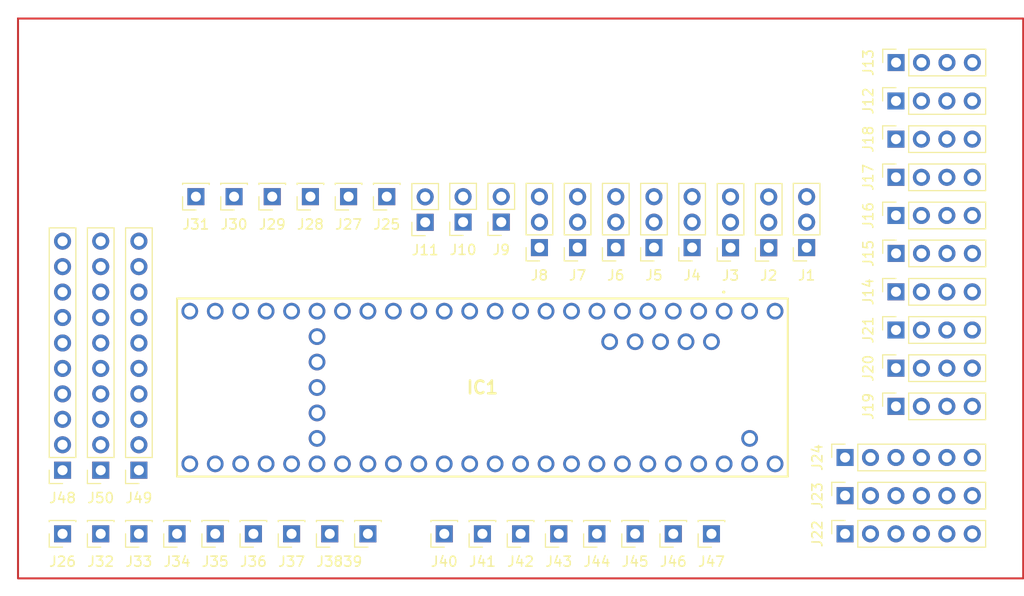
<source format=kicad_pcb>
(kicad_pcb (version 20240108) (generator "pcbnew") (generator_version "8.0")
  (layers (0 "F.Cu" signal) (31 "B.Cu" signal) (34 "B.Paste" user) (35 "F.Paste" user) (36 "B.SilkS" user "B.Silkscreen") (37 "F.SilkS" user "F.Silkscreen") (38 "B.Mask" user) (39 "F.Mask" user) (44 "Edge.Cuts" user))
  (net 0 "")
  (net 5 "Net-(IC1-MISO)")
  (net 6 "Net-(IC1-TX2)")
  (net 8 "Net-(IC1-GND_6)")
  (net 11 "Net-(IC1-A11)")
  (net 13 "Net-(IC1-IN2)")
  (net 14 "Net-(IC1-MOSI)")
  (net 15 "Net-(IC1-OUT1D)")
  (net 16 "Net-(IC1-A12)")
  (net 18 "Net-(IC1-A5)")
  (net 20 "Net-(IC1-OUT1C)")
  (net 21 "Net-(IC1-OUT2)")
  (net 23 "Net-(IC1-CS_1)")
  (net 24 "Net-(IC1-A10)")
  (net 25 "Net-(IC1-BCLK2)")
  (net 27 "Net-(IC1-RX2)")
  (net 28 "Net-(IC1-LRCLK2)")
  (net 30 "Net-(IC1-SCK)")
  (net 32 "Net-(IC1-3.3V_1)")
  (net 33 "Net-(IC1-A4)")
  (net 42 "Net-(IC1-MCLK2)")
  (net 43 "Net-(IC1-RX7)")
  (net 44 "Net-(IC1-A2)")
  (net 45 "Net-(IC1-CRX3)")
  (net 46 "Net-(IC1-CS_3)")
  (net 47 "Net-(IC1-TX8)")
  (net 48 "Net-(IC1-A7)")
  (net 49 "Net-(IC1-A0)")
  (net 50 "Net-(IC1-TX7)")
  (net 51 "Net-(IC1-A1)")
  (net 52 "Net-(IC1-A13)")
  (net 53 "Net-(IC1-A14)")
  (net 54 "Net-(IC1-OUT1B)")
  (net 55 "Net-(IC1-A16)")
  (net 56 "Net-(IC1-A9)")
  (net 57 "Net-(IC1-A3)")
  (net 58 "Net-(IC1-A8)")
  (net 59 "Net-(IC1-A17)")
  (net 60 "Net-(IC1-3.3V_(250_M_A_MAX))")
  (net 61 "Net-(IC1-A15)")
  (net 62 "Net-(IC1-A6)")
  (net 63 "Net-(IC1-GND_5)")
  (net 64 "Net-(IC1-VIN_(3.6_TO_5.5_VOLTS))")
  (net 65 "Net-(IC1-CTX3)")
  (net 66 "Net-(IC1-RX8)")
  (net 67 "Net-(IC1-CS_2)")
  (footprint "Connector_PinSocket_2.54mm:PinSocket_1x04_P2.54mm_Vertical" (layer "F.Cu") (at 238.125 69.825 90)
    (property "Reference" "J17" (at 0 -2.77 90) (layer "F.SilkS"))
    (property "Value" "Conn_01x04_Pin")
    (pad "1" thru_hole rect (at 0 0 90) (size 1.7 1.7) (drill 1) (layers "*.Cu" "*.Mask") (net 33 "Net-(IC1-A4)"))
    (pad "2" thru_hole oval (at 0 2.54 90) (size 1.7 1.7) (drill 1) (layers "*.Cu" "*.Mask") (net 18 "Net-(IC1-A5)"))
    (pad "3" thru_hole oval (at 0 5.08 90) (size 1.7 1.7) (drill 1) (layers "*.Cu" "*.Mask") (net 32 "Net-(IC1-3.3V_1)"))
    (pad "4" thru_hole oval (at 0 7.62 90) (size 1.7 1.7) (drill 1) (layers "*.Cu" "*.Mask") (net 8 "Net-(IC1-GND_6)"))
  )
  (footprint "Connector_PinSocket_2.54mm:PinSocket_1x06_P2.54mm_Vertical" (layer "F.Cu") (at 233.045 105.41 90)
    (property "Reference" "J22" (at 0 -2.77 90) (layer "F.SilkS"))
    (property "Value" "Conn_01x06_Pin")
    (pad "1" thru_hole rect (at 0 0 90) (size 1.7 1.7) (drill 1) (layers "*.Cu" "*.Mask") (net 30 "Net-(IC1-SCK)"))
    (pad "2" thru_hole oval (at 0 2.54 90) (size 1.7 1.7) (drill 1) (layers "*.Cu" "*.Mask") (net 5 "Net-(IC1-MISO)"))
    (pad "3" thru_hole oval (at 0 5.08 90) (size 1.7 1.7) (drill 1) (layers "*.Cu" "*.Mask") (net 14 "Net-(IC1-MOSI)"))
    (pad "4" thru_hole oval (at 0 7.62 90) (size 1.7 1.7) (drill 1) (layers "*.Cu" "*.Mask") (net 23 "Net-(IC1-CS_1)"))
    (pad "5" thru_hole oval (at 0 10.16 90) (size 1.7 1.7) (drill 1) (layers "*.Cu" "*.Mask") (net 32 "Net-(IC1-3.3V_1)"))
    (pad "6" thru_hole oval (at 0 12.7 90) (size 1.7 1.7) (drill 1) (layers "*.Cu" "*.Mask") (net 8 "Net-(IC1-GND_6)"))
  )
  (footprint "Connector_PinSocket_2.54mm:PinSocket_1x04_P2.54mm_Vertical" (layer "F.Cu") (at 238.125 66.015 90)
    (property "Reference" "J18" (at 0 -2.77 90) (layer "F.SilkS"))
    (property "Value" "Conn_01x04_Pin")
    (pad "1" thru_hole rect (at 0 0 90) (size 1.7 1.7) (drill 1) (layers "*.Cu" "*.Mask") (net 33 "Net-(IC1-A4)"))
    (pad "2" thru_hole oval (at 0 2.54 90) (size 1.7 1.7) (drill 1) (layers "*.Cu" "*.Mask") (net 18 "Net-(IC1-A5)"))
    (pad "3" thru_hole oval (at 0 5.08 90) (size 1.7 1.7) (drill 1) (layers "*.Cu" "*.Mask") (net 32 "Net-(IC1-3.3V_1)"))
    (pad "4" thru_hole oval (at 0 7.62 90) (size 1.7 1.7) (drill 1) (layers "*.Cu" "*.Mask") (net 8 "Net-(IC1-GND_6)"))
  )
  (footprint "Connector_PinSocket_2.54mm:PinSocket_1x01_P2.54mm_Vertical" (layer "F.Cu") (at 187.3 71.755 180)
    (property "Reference" "J25" (at 0 -2.77 0) (layer "F.SilkS"))
    (property "Value" "Conn_01x01_Pin")
    (pad "1" thru_hole rect (at 0 0 180) (size 1.7 1.7) (drill 1) (layers "*.Cu" "*.Mask") (net 52 "Net-(IC1-A13)"))
  )
  (footprint "Connector_PinSocket_2.54mm:PinSocket_1x01_P2.54mm_Vertical" (layer "F.Cu") (at 185.42 105.41 180)
    (property "Reference" "J39" (at 1.905 -2.77 0) (layer "F.SilkS"))
    (property "Value" "Conn_01x01_Pin")
    (pad "1" thru_hole rect (at 0 0 180) (size 1.7 1.7) (drill 1) (layers "*.Cu" "*.Mask") (net 59 "Net-(IC1-A17)"))
  )
  (footprint "Connector_PinSocket_2.54mm:PinSocket_1x01_P2.54mm_Vertical" (layer "F.Cu") (at 179.68 71.755 180)
    (property "Reference" "J28" (at 0 -2.77 0) (layer "F.SilkS"))
    (property "Value" "Conn_01x01_Pin")
    (pad "1" thru_hole rect (at 0 0 180) (size 1.7 1.7) (drill 1) (layers "*.Cu" "*.Mask") (net 50 "Net-(IC1-TX7)"))
  )
  (footprint "Connector_PinSocket_2.54mm:PinSocket_1x03_P2.54mm_Vertical" (layer "F.Cu") (at 229.21 76.84 180)
    (property "Reference" "J1" (at 0 -2.77 0) (layer "F.SilkS"))
    (property "Value" "Conn_01x03_Pin")
    (pad "1" thru_hole rect (at 0 0 180) (size 1.7 1.7) (drill 1) (layers "*.Cu" "*.Mask") (net 21 "Net-(IC1-OUT2)"))
    (pad "2" thru_hole oval (at 0 2.54 180) (size 1.7 1.7) (drill 1) (layers "*.Cu" "*.Mask"))
    (pad "3" thru_hole oval (at 0 5.08 180) (size 1.7 1.7) (drill 1) (layers "*.Cu" "*.Mask") (net 8 "Net-(IC1-GND_6)"))
  )
  (footprint "Connector_PinSocket_2.54mm:PinSocket_1x01_P2.54mm_Vertical" (layer "F.Cu") (at 154.94 105.41 180)
    (property "Reference" "J26" (at 0 -2.77 0) (layer "F.SilkS"))
    (property "Value" "Conn_01x01_Pin")
    (pad "1" thru_hole rect (at 0 0 180) (size 1.7 1.7) (drill 1) (layers "*.Cu" "*.Mask") (net 42 "Net-(IC1-MCLK2)"))
  )
  (footprint "Connector_PinSocket_2.54mm:PinSocket_1x02_P2.54mm_Vertical" (layer "F.Cu") (at 198.73 74.295 180)
    (property "Reference" "J9" (at 0 -2.77 0) (layer "F.SilkS"))
    (property "Value" "Conn_01x02_Pin")
    (pad "1" thru_hole rect (at 0 0 180) (size 1.7 1.7) (drill 1) (layers "*.Cu" "*.Mask") (net 24 "Net-(IC1-A10)"))
    (pad "2" thru_hole oval (at 0 2.54 180) (size 1.7 1.7) (drill 1) (layers "*.Cu" "*.Mask") (net 8 "Net-(IC1-GND_6)"))
  )
  (footprint "Connector_PinSocket_2.54mm:PinSocket_1x02_P2.54mm_Vertical" (layer "F.Cu") (at 191.135 74.315 180)
    (property "Reference" "J11" (at 0 -2.77 0) (layer "F.SilkS"))
    (property "Value" "Conn_01x02_Pin")
    (pad "1" thru_hole rect (at 0 0 180) (size 1.7 1.7) (drill 1) (layers "*.Cu" "*.Mask") (net 16 "Net-(IC1-A12)"))
    (pad "2" thru_hole oval (at 0 2.54 180) (size 1.7 1.7) (drill 1) (layers "*.Cu" "*.Mask") (net 8 "Net-(IC1-GND_6)"))
  )
  (footprint "Connector_PinSocket_2.54mm:PinSocket_1x03_P2.54mm_Vertical" (layer "F.Cu") (at 202.54 76.84 180)
    (property "Reference" "J8" (at 0 -2.77 0) (layer "F.SilkS"))
    (property "Value" "Conn_01x03_Pin")
    (pad "1" thru_hole rect (at 0 0 180) (size 1.7 1.7) (drill 1) (layers "*.Cu" "*.Mask") (net 20 "Net-(IC1-OUT1C)"))
    (pad "2" thru_hole oval (at 0 2.54 180) (size 1.7 1.7) (drill 1) (layers "*.Cu" "*.Mask"))
    (pad "3" thru_hole oval (at 0 5.08 180) (size 1.7 1.7) (drill 1) (layers "*.Cu" "*.Mask") (net 8 "Net-(IC1-GND_6)"))
  )
  (footprint "Connector_PinSocket_2.54mm:PinSocket_1x10_P2.54mm_Vertical" (layer "F.Cu") (at 154.94 99.06 180)
    (property "Reference" "J48" (at 0 -2.77 0) (layer "F.SilkS"))
    (property "Value" "Conn_01x10_Pin")
    (pad "1" thru_hole rect (at 0 0 180) (size 1.7 1.7) (drill 1) (layers "*.Cu" "*.Mask") (net 60 "Net-(IC1-3.3V_(250_M_A_MAX))"))
    (pad "2" thru_hole oval (at 0 2.54 180) (size 1.7 1.7) (drill 1) (layers "*.Cu" "*.Mask") (net 60 "Net-(IC1-3.3V_(250_M_A_MAX))"))
    (pad "3" thru_hole oval (at 0 5.08 180) (size 1.7 1.7) (drill 1) (layers "*.Cu" "*.Mask") (net 60 "Net-(IC1-3.3V_(250_M_A_MAX))"))
    (pad "4" thru_hole oval (at 0 7.62 180) (size 1.7 1.7) (drill 1) (layers "*.Cu" "*.Mask") (net 60 "Net-(IC1-3.3V_(250_M_A_MAX))"))
    (pad "5" thru_hole oval (at 0 10.16 180) (size 1.7 1.7) (drill 1) (layers "*.Cu" "*.Mask") (net 60 "Net-(IC1-3.3V_(250_M_A_MAX))"))
    (pad "6" thru_hole oval (at 0 12.7 180) (size 1.7 1.7) (drill 1) (layers "*.Cu" "*.Mask") (net 60 "Net-(IC1-3.3V_(250_M_A_MAX))"))
    (pad "7" thru_hole oval (at 0 15.24 180) (size 1.7 1.7) (drill 1) (layers "*.Cu" "*.Mask") (net 60 "Net-(IC1-3.3V_(250_M_A_MAX))"))
    (pad "8" thru_hole oval (at 0 17.78 180) (size 1.7 1.7) (drill 1) (layers "*.Cu" "*.Mask") (net 60 "Net-(IC1-3.3V_(250_M_A_MAX))"))
    (pad "9" thru_hole oval (at 0 20.32 180) (size 1.7 1.7) (drill 1) (layers "*.Cu" "*.Mask") (net 60 "Net-(IC1-3.3V_(250_M_A_MAX))"))
    (pad "10" thru_hole oval (at 0 22.86 180) (size 1.7 1.7) (drill 1) (layers "*.Cu" "*.Mask") (net 60 "Net-(IC1-3.3V_(250_M_A_MAX))"))
  )
  (footprint "Connector_PinSocket_2.54mm:PinSocket_1x04_P2.54mm_Vertical" (layer "F.Cu") (at 238.125 85.065 90)
    (property "Reference" "J21" (at 0 -2.77 90) (layer "F.SilkS"))
    (property "Value" "Conn_01x04_Pin")
    (pad "1" thru_hole rect (at 0 0 90) (size 1.7 1.7) (drill 1) (layers "*.Cu" "*.Mask") (net 33 "Net-(IC1-A4)"))
    (pad "2" thru_hole oval (at 0 2.54 90) (size 1.7 1.7) (drill 1) (layers "*.Cu" "*.Mask") (net 18 "Net-(IC1-A5)"))
    (pad "3" thru_hole oval (at 0 5.08 90) (size 1.7 1.7) (drill 1) (layers "*.Cu" "*.Mask") (net 32 "Net-(IC1-3.3V_1)"))
    (pad "4" thru_hole oval (at 0 7.62 90) (size 1.7 1.7) (drill 1) (layers "*.Cu" "*.Mask") (net 8 "Net-(IC1-GND_6)"))
  )
  (footprint "Connector_PinSocket_2.54mm:PinSocket_1x04_P2.54mm_Vertical" (layer "F.Cu") (at 238.125 73.635 90)
    (property "Reference" "J16" (at 0 -2.77 90) (layer "F.SilkS"))
    (property "Value" "Conn_01x04_Pin")
    (pad "1" thru_hole rect (at 0 0 90) (size 1.7 1.7) (drill 1) (layers "*.Cu" "*.Mask") (net 33 "Net-(IC1-A4)"))
    (pad "2" thru_hole oval (at 0 2.54 90) (size 1.7 1.7) (drill 1) (layers "*.Cu" "*.Mask") (net 18 "Net-(IC1-A5)"))
    (pad "3" thru_hole oval (at 0 5.08 90) (size 1.7 1.7) (drill 1) (layers "*.Cu" "*.Mask") (net 32 "Net-(IC1-3.3V_1)"))
    (pad "4" thru_hole oval (at 0 7.62 90) (size 1.7 1.7) (drill 1) (layers "*.Cu" "*.Mask") (net 8 "Net-(IC1-GND_6)"))
  )
  (footprint "Connector_PinSocket_2.54mm:PinSocket_1x01_P2.54mm_Vertical" (layer "F.Cu") (at 212.09 105.41 180)
    (property "Reference" "J45" (at 0 -2.77 0) (layer "F.SilkS"))
    (property "Value" "Conn_01x01_Pin")
    (pad "1" thru_hole rect (at 0 0 180) (size 1.7 1.7) (drill 1) (layers "*.Cu" "*.Mask") (net 48 "Net-(IC1-A7)"))
  )
  (footprint "Connector_PinSocket_2.54mm:PinSocket_1x01_P2.54mm_Vertical" (layer "F.Cu") (at 173.99 105.41 180)
    (property "Reference" "J36" (at 0 -2.77 0) (layer "F.SilkS"))
    (property "Value" "Conn_01x01_Pin")
    (pad "1" thru_hole rect (at 0 0 180) (size 1.7 1.7) (drill 1) (layers "*.Cu" "*.Mask") (net 53 "Net-(IC1-A14)"))
  )
  (footprint "Connector_PinSocket_2.54mm:PinSocket_1x04_P2.54mm_Vertical" (layer "F.Cu") (at 238.135 58.37 90)
    (property "Reference" "J13" (at 0 -2.77 90) (layer "F.SilkS"))
    (property "Value" "Conn_01x04_Pin")
    (pad "1" thru_hole rect (at 0 0 90) (size 1.7 1.7) (drill 1) (layers "*.Cu" "*.Mask") (net 33 "Net-(IC1-A4)"))
    (pad "2" thru_hole oval (at 0 2.54 90) (size 1.7 1.7) (drill 1) (layers "*.Cu" "*.Mask") (net 18 "Net-(IC1-A5)"))
    (pad "3" thru_hole oval (at 0 5.08 90) (size 1.7 1.7) (drill 1) (layers "*.Cu" "*.Mask") (net 32 "Net-(IC1-3.3V_1)"))
    (pad "4" thru_hole oval (at 0 7.62 90) (size 1.7 1.7) (drill 1) (layers "*.Cu" "*.Mask") (net 8 "Net-(IC1-GND_6)"))
  )
  (footprint "Connector_PinSocket_2.54mm:PinSocket_1x06_P2.54mm_Vertical" (layer "F.Cu") (at 233.045 101.6 90)
    (property "Reference" "J23" (at 0 -2.77 90) (layer "F.SilkS"))
    (property "Value" "Conn_01x06_Pin")
    (pad "1" thru_hole rect (at 0 0 90) (size 1.7 1.7) (drill 1) (layers "*.Cu" "*.Mask") (net 30 "Net-(IC1-SCK)"))
    (pad "2" thru_hole oval (at 0 2.54 90) (size 1.7 1.7) (drill 1) (layers "*.Cu" "*.Mask") (net 5 "Net-(IC1-MISO)"))
    (pad "3" thru_hole oval (at 0 5.08 90) (size 1.7 1.7) (drill 1) (layers "*.Cu" "*.Mask") (net 14 "Net-(IC1-MOSI)"))
    (pad "4" thru_hole oval (at 0 7.62 90) (size 1.7 1.7) (drill 1) (layers "*.Cu" "*.Mask") (net 23 "Net-(IC1-CS_1)"))
    (pad "5" thru_hole oval (at 0 10.16 90) (size 1.7 1.7) (drill 1) (layers "*.Cu" "*.Mask") (net 32 "Net-(IC1-3.3V_1)"))
    (pad "6" thru_hole oval (at 0 12.7 90) (size 1.7 1.7) (drill 1) (layers "*.Cu" "*.Mask") (net 8 "Net-(IC1-GND_6)"))
  )
  (footprint "Connector_PinSocket_2.54mm:PinSocket_1x01_P2.54mm_Vertical" (layer "F.Cu") (at 170.18 105.41 180)
    (property "Reference" "J35" (at 0 -2.77 0) (layer "F.SilkS"))
    (property "Value" "Conn_01x01_Pin")
    (pad "1" thru_hole rect (at 0 0 180) (size 1.7 1.7) (drill 1) (layers "*.Cu" "*.Mask") (net 46 "Net-(IC1-CS_3)"))
  )
  (footprint "Connector_PinSocket_2.54mm:PinSocket_1x01_P2.54mm_Vertical" (layer "F.Cu") (at 215.9 105.41 180)
    (property "Reference" "J46" (at 0 -2.77 0) (layer "F.SilkS"))
    (property "Value" "Conn_01x01_Pin")
    (pad "1" thru_hole rect (at 0 0 180) (size 1.7 1.7) (drill 1) (layers "*.Cu" "*.Mask") (net 58 "Net-(IC1-A8)"))
  )
  (footprint "Connector_PinSocket_2.54mm:PinSocket_1x01_P2.54mm_Vertical" (layer "F.Cu") (at 181.61 105.41 180)
    (property "Reference" "J38" (at 0 -2.77 0) (layer "F.SilkS"))
    (property "Value" "Conn_01x01_Pin")
    (pad "1" thru_hole rect (at 0 0 180) (size 1.7 1.7) (drill 1) (layers "*.Cu" "*.Mask") (net 55 "Net-(IC1-A16)"))
  )
  (footprint "Connector_PinSocket_2.54mm:PinSocket_1x01_P2.54mm_Vertical" (layer "F.Cu") (at 177.8 105.41 180)
    (property "Reference" "J37" (at 0 -2.77 0) (layer "F.SilkS"))
    (property "Value" "Conn_01x01_Pin")
    (pad "1" thru_hole rect (at 0 0 180) (size 1.7 1.7) (drill 1) (layers "*.Cu" "*.Mask") (net 61 "Net-(IC1-A15)"))
  )
  (footprint "Connector_PinSocket_2.54mm:PinSocket_1x03_P2.54mm_Vertical" (layer "F.Cu") (at 221.615 76.855 180)
    (property "Reference" "J3" (at 0 -2.77 0) (layer "F.SilkS"))
    (property "Value" "Conn_01x03_Pin")
    (pad "1" thru_hole rect (at 0 0 180) (size 1.7 1.7) (drill 1) (layers "*.Cu" "*.Mask") (net 25 "Net-(IC1-BCLK2)"))
    (pad "2" thru_hole oval (at 0 2.54 180) (size 1.7 1.7) (drill 1) (layers "*.Cu" "*.Mask"))
    (pad "3" thru_hole oval (at 0 5.08 180) (size 1.7 1.7) (drill 1) (layers "*.Cu" "*.Mask") (net 8 "Net-(IC1-GND_6)"))
  )
  (footprint "Connector_PinSocket_2.54mm:PinSocket_1x01_P2.54mm_Vertical" (layer "F.Cu") (at 166.37 105.41 180)
    (property "Reference" "J34" (at 0 -2.77 0) (layer "F.SilkS"))
    (property "Value" "Conn_01x01_Pin")
    (pad "1" thru_hole rect (at 0 0 180) (size 1.7 1.7) (drill 1) (layers "*.Cu" "*.Mask") (net 67 "Net-(IC1-CS_2)"))
  )
  (footprint "Connector_PinSocket_2.54mm:PinSocket_1x03_P2.54mm_Vertical" (layer "F.Cu") (at 225.425 76.855 180)
    (property "Reference" "J2" (at 0 -2.77 0) (layer "F.SilkS"))
    (property "Value" "Conn_01x03_Pin")
    (pad "1" thru_hole rect (at 0 0 180) (size 1.7 1.7) (drill 1) (layers "*.Cu" "*.Mask") (net 28 "Net-(IC1-LRCLK2)"))
    (pad "2" thru_hole oval (at 0 2.54 180) (size 1.7 1.7) (drill 1) (layers "*.Cu" "*.Mask"))
    (pad "3" thru_hole oval (at 0 5.08 180) (size 1.7 1.7) (drill 1) (layers "*.Cu" "*.Mask") (net 8 "Net-(IC1-GND_6)"))
  )
  (footprint "Connector_PinSocket_2.54mm:PinSocket_1x01_P2.54mm_Vertical" (layer "F.Cu") (at 200.66 105.41 180)
    (property "Reference" "J42" (at 0 -2.77 0) (layer "F.SilkS"))
    (property "Value" "Conn_01x01_Pin")
    (pad "1" thru_hole rect (at 0 0 180) (size 1.7 1.7) (drill 1) (layers "*.Cu" "*.Mask") (net 44 "Net-(IC1-A2)"))
  )
  (footprint "Connector_PinSocket_2.54mm:PinSocket_1x01_P2.54mm_Vertical" (layer "F.Cu") (at 196.85 105.41 180)
    (property "Reference" "J41" (at 0 -2.77 0) (layer "F.SilkS"))
    (property "Value" "Conn_01x01_Pin")
    (pad "1" thru_hole rect (at 0 0 180) (size 1.7 1.7) (drill 1) (layers "*.Cu" "*.Mask") (net 51 "Net-(IC1-A1)"))
  )
  (footprint "Connector_PinSocket_2.54mm:PinSocket_1x04_P2.54mm_Vertical" (layer "F.Cu") (at 238.125 92.685 90)
    (property "Reference" "J19" (at 0 -2.77 90) (layer "F.SilkS"))
    (property "Value" "Conn_01x04_Pin")
    (pad "1" thru_hole rect (at 0 0 90) (size 1.7 1.7) (drill 1) (layers "*.Cu" "*.Mask") (net 33 "Net-(IC1-A4)"))
    (pad "2" thru_hole oval (at 0 2.54 90) (size 1.7 1.7) (drill 1) (layers "*.Cu" "*.Mask") (net 18 "Net-(IC1-A5)"))
    (pad "3" thru_hole oval (at 0 5.08 90) (size 1.7 1.7) (drill 1) (layers "*.Cu" "*.Mask") (net 32 "Net-(IC1-3.3V_1)"))
    (pad "4" thru_hole oval (at 0 7.62 90) (size 1.7 1.7) (drill 1) (layers "*.Cu" "*.Mask") (net 8 "Net-(IC1-GND_6)"))
  )
  (footprint "KiCad:TEENSY41" (layer "F.Cu") (at 220.98 83.185 180)
    (property "Reference" "IC1" (at 24.13 -7.62 0) (layer "F.SilkS") (effects (font (size 1.27 1.27) (thickness 0.254))))
    (property "Value" "TEENSY_4.1" (hide yes))
    (pad "1" thru_hole circle (at 0 0 180) (size 1.665 1.665) (drill 1.11) (layers "*.Cu" "*.Mask"))
    (pad "2" thru_hole circle (at 2.54 0 180) (size 1.665 1.665) (drill 1.11) (layers "*.Cu" "*.Mask") (net 21 "Net-(IC1-OUT2)"))
    (pad "3" thru_hole circle (at 5.08 0 180) (size 1.665 1.665) (drill 1.11) (layers "*.Cu" "*.Mask") (net 28 "Net-(IC1-LRCLK2)"))
    (pad "4" thru_hole circle (at 7.62 0 180) (size 1.665 1.665) (drill 1.11) (layers "*.Cu" "*.Mask") (net 25 "Net-(IC1-BCLK2)"))
    (pad "5" thru_hole circle (at 10.16 0 180) (size 1.665 1.665) (drill 1.11) (layers "*.Cu" "*.Mask") (net 13 "Net-(IC1-IN2)"))
    (pad "6" thru_hole circle (at 12.7 0 180) (size 1.665 1.665) (drill 1.11) (layers "*.Cu" "*.Mask") (net 15 "Net-(IC1-OUT1D)"))
    (pad "7" thru_hole circle (at 15.24 0 180) (size 1.665 1.665) (drill 1.11) (layers "*.Cu" "*.Mask") (net 27 "Net-(IC1-RX2)"))
    (pad "8" thru_hole circle (at 17.78 0 180) (size 1.665 1.665) (drill 1.11) (layers "*.Cu" "*.Mask") (net 6 "Net-(IC1-TX2)"))
    (pad "9" thru_hole circle (at 20.32 0 180) (size 1.665 1.665) (drill 1.11) (layers "*.Cu" "*.Mask") (net 20 "Net-(IC1-OUT1C)"))
    (pad "10" thru_hole circle (at 22.86 0 180) (size 1.665 1.665) (drill 1.11) (layers "*.Cu" "*.Mask") (net 23 "Net-(IC1-CS_1)"))
    (pad "11" thru_hole circle (at 25.4 0 180) (size 1.665 1.665) (drill 1.11) (layers "*.Cu" "*.Mask") (net 14 "Net-(IC1-MOSI)"))
    (pad "12" thru_hole circle (at 27.94 0 180) (size 1.665 1.665) (drill 1.11) (layers "*.Cu" "*.Mask") (net 5 "Net-(IC1-MISO)"))
    (pad "13" thru_hole circle (at 27.94 -15.24 180) (size 1.665 1.665) (drill 1.11) (layers "*.Cu" "*.Mask") (net 30 "Net-(IC1-SCK)"))
    (pad "14" thru_hole circle (at 25.4 -15.24 180) (size 1.665 1.665) (drill 1.11) (layers "*.Cu" "*.Mask") (net 49 "Net-(IC1-A0)"))
    (pad "15" thru_hole circle (at 22.86 -15.24 180) (size 1.665 1.665) (drill 1.11) (layers "*.Cu" "*.Mask") (net 51 "Net-(IC1-A1)"))
    (pad "16" thru_hole circle (at 20.32 -15.24 180) (size 1.665 1.665) (drill 1.11) (layers "*.Cu" "*.Mask") (net 44 "Net-(IC1-A2)"))
    (pad "17" thru_hole circle (at 17.78 -15.24 180) (size 1.665 1.665) (drill 1.11) (layers "*.Cu" "*.Mask") (net 57 "Net-(IC1-A3)"))
    (pad "18" thru_hole circle (at 15.24 -15.24 180) (size 1.665 1.665) (drill 1.11) (layers "*.Cu" "*.Mask") (net 33 "Net-(IC1-A4)"))
    (pad "19" thru_hole circle (at 12.7 -15.24 180) (size 1.665 1.665) (drill 1.11) (layers "*.Cu" "*.Mask") (net 18 "Net-(IC1-A5)"))
    (pad "20" thru_hole circle (at 10.16 -15.24 180) (size 1.665 1.665) (drill 1.11) (layers "*.Cu" "*.Mask") (net 62 "Net-(IC1-A6)"))
    (pad "21" thru_hole circle (at 7.62 -15.24 180) (size 1.665 1.665) (drill 1.11) (layers "*.Cu" "*.Mask") (net 48 "Net-(IC1-A7)"))
    (pad "22" thru_hole circle (at 5.08 -15.24 180) (size 1.665 1.665) (drill 1.11) (layers "*.Cu" "*.Mask") (net 58 "Net-(IC1-A8)"))
    (pad "23" thru_hole circle (at 2.54 -15.24 180) (size 1.665 1.665) (drill 1.11) (layers "*.Cu" "*.Mask") (net 56 "Net-(IC1-A9)"))
    (pad "24" thru_hole circle (at 33.02 0 180) (size 1.665 1.665) (drill 1.11) (layers "*.Cu" "*.Mask") (net 24 "Net-(IC1-A10)"))
    (pad "25" thru_hole circle (at 35.56 0 180) (size 1.665 1.665) (drill 1.11) (layers "*.Cu" "*.Mask") (net 11 "Net-(IC1-A11)"))
    (pad "26" thru_hole circle (at 38.1 0 180) (size 1.665 1.665) (drill 1.11) (layers "*.Cu" "*.Mask") (net 16 "Net-(IC1-A12)"))
    (pad "27" thru_hole circle (at 40.64 0 180) (size 1.665 1.665) (drill 1.11) (layers "*.Cu" "*.Mask") (net 52 "Net-(IC1-A13)"))
    (pad "28" thru_hole circle (at 43.18 0 180) (size 1.665 1.665) (drill 1.11) (layers "*.Cu" "*.Mask") (net 43 "Net-(IC1-RX7)"))
    (pad "29" thru_hole circle (at 45.72 0 180) (size 1.665 1.665) (drill 1.11) (layers "*.Cu" "*.Mask") (net 50 "Net-(IC1-TX7)"))
    (pad "30" thru_hole circle (at 48.26 0 180) (size 1.665 1.665) (drill 1.11) (layers "*.Cu" "*.Mask") (net 45 "Net-(IC1-CRX3)"))
    (pad "31" thru_hole circle (at 50.8 0 180) (size 1.665 1.665) (drill 1.11) (layers "*.Cu" "*.Mask") (net 65 "Net-(IC1-CTX3)"))
    (pad "32" thru_hole circle (at 53.34 0 180) (size 1.665 1.665) (drill 1.11) (layers "*.Cu" "*.Mask") (net 54 "Net-(IC1-OUT1B)"))
    (pad "33" thru_hole circle (at 53.34 -15.24 180) (size 1.665 1.665) (drill 1.11) (layers "*.Cu" "*.Mask") (net 42 "Net-(IC1-MCLK2)"))
    (pad "34" thru_hole circle (at 50.8 -15.24 180) (size 1.665 1.665) (drill 1.11) (layers "*.Cu" "*.Mask") (net 66 "Net-(IC1-RX8)"))
    (pad "35" thru_hole circle (at 48.26 -15.24 180) (size 1.665 1.665) (drill 1.11) (layers "*.Cu" "*.Mask") (net 47 "Net-(IC1-TX8)"))
    (pad "36" thru_hole circle (at 45.72 -15.24 180) (size 1.665 1.665) (drill 1.11) (layers "*.Cu" "*.Mask") (net 67 "Net-(IC1-CS_2)"))
    (pad "37" thru_hole circle (at 43.18 -15.24 180) (size 1.665 1.665) (drill 1.11) (layers "*.Cu" "*.Mask") (net 46 "Net-(IC1-CS_3)"))
    (pad "38" thru_hole circle (at 40.64 -15.24 180) (size 1.665 1.665) (drill 1.11) (layers "*.Cu" "*.Mask") (net 53 "Net-(IC1-A14)"))
    (pad "39" thru_hole circle (at 38.1 -15.24 180) (size 1.665 1.665) (drill 1.11) (layers "*.Cu" "*.Mask") (net 61 "Net-(IC1-A15)"))
    (pad "40" thru_hole circle (at 35.56 -15.24 180) (size 1.665 1.665) (drill 1.11) (layers "*.Cu" "*.Mask") (net 55 "Net-(IC1-A16)"))
    (pad "41" thru_hole circle (at 33.02 -15.24 180) (size 1.665 1.665) (drill 1.11) (layers "*.Cu" "*.Mask") (net 59 "Net-(IC1-A17)"))
    (pad "42" thru_hole circle (at 30.48 0 180) (size 1.665 1.665) (drill 1.11) (layers "*.Cu" "*.Mask") (net 32 "Net-(IC1-3.3V_1)"))
    (pad "43" thru_hole circle (at 40.64 -2.54 180) (size 1.665 1.665) (drill 1.11) (layers "*.Cu" "*.Mask"))
    (pad "44" thru_hole circle (at 40.64 -5.08 180) (size 1.665 1.665) (drill 1.11) (layers "*.Cu" "*.Mask"))
    (pad "45" thru_hole circle (at 40.64 -7.62 180) (size 1.665 1.665) (drill 1.11) (layers "*.Cu" "*.Mask"))
    (pad "46" thru_hole circle (at 40.64 -10.16 180) (size 1.665 1.665) (drill 1.11) (layers "*.Cu" "*.Mask"))
    (pad "47" thru_hole circle (at 40.64 -12.7 180) (size 1.665 1.665) (drill 1.11) (layers "*.Cu" "*.Mask"))
    (pad "48" thru_hole circle (at 11.43 -3.05 180) (size 1.665 1.665) (drill 1.11) (layers "*.Cu" "*.Mask"))
    (pad "49" thru_hole circle (at 8.89 -3.05 180) (size 1.665 1.665) (drill 1.11) (layers "*.Cu" "*.Mask"))
    (pad "50" thru_hole circle (at 6.35 -3.05 180) (size 1.665 1.665) (drill 1.11) (layers "*.Cu" "*.Mask"))
    (pad "51" thru_hole circle (at 3.81 -3.05 180) (size 1.665 1.665) (drill 1.11) (layers "*.Cu" "*.Mask"))
    (pad "52" thru_hole circle (at 1.27 -3.05 180) (size 1.665 1.665) (drill 1.11) (layers "*.Cu" "*.Mask"))
    (pad "53" thru_hole circle (at 0 -15.24 180) (size 1.665 1.665) (drill 1.11) (layers "*.Cu" "*.Mask") (net 60 "Net-(IC1-3.3V_(250_M_A_MAX))"))
    (pad "55" thru_hole circle (at -5.08 -15.24 180) (size 1.665 1.665) (drill 1.11) (layers "*.Cu" "*.Mask") (net 64 "Net-(IC1-VIN_(3.6_TO_5.5_VOLTS))"))
    (pad "57" thru_hole circle (at -2.54 0 180) (size 1.665 1.665) (drill 1.11) (layers "*.Cu" "*.Mask"))
    (pad "68" thru_hole circle (at -2.54 -12.7 180) (size 1.665 1.665) (drill 1.11) (layers "*.Cu" "*.Mask"))
    (pad "69" thru_hole circle (at 30.48 -15.24 180) (size 1.665 1.665) (drill 1.11) (layers "*.Cu" "*.Mask"))
    (pad "70" thru_hole circle (at -2.54 -15.24 180) (size 1.665 1.665) (drill 1.11) (layers "*.Cu" "*.Mask") (net 63 "Net-(IC1-GND_5)"))
    (pad "71" thru_hole circle (at -5.08 0 180) (size 1.665 1.665) (drill 1.11) (layers "*.Cu" "*.Mask") (net 8 "Net-(IC1-GND_6)"))
  )
  (footprint "Connector_PinSocket_2.54mm:PinSocket_1x03_P2.54mm_Vertical" (layer "F.Cu") (at 217.78 76.84 180)
    (property "Reference" "J4" (at 0 -2.77 0) (layer "F.SilkS"))
    (property "Value" "Conn_01x03_Pin")
    (pad "1" thru_hole rect (at 0 0 180) (size 1.7 1.7) (drill 1) (layers "*.Cu" "*.Mask") (net 13 "Net-(IC1-IN2)"))
    (pad "2" thru_hole oval (at 0 2.54 180) (size 1.7 1.7) (drill 1) (layers "*.Cu" "*.Mask"))
    (pad "3" thru_hole oval (at 0 5.08 180) (size 1.7 1.7) (drill 1) (layers "*.Cu" "*.Mask") (net 8 "Net-(IC1-GND_6)"))
  )
  (footprint "Connector_PinSocket_2.54mm:PinSocket_1x01_P2.54mm_Vertical" (layer "F.Cu") (at 219.71 105.41 180)
    (property "Reference" "J47" (at 0 -2.77 0) (layer "F.SilkS"))
    (property "Value" "Conn_01x01_Pin")
    (pad "1" thru_hole rect (at 0 0 180) (size 1.7 1.7) (drill 1) (layers "*.Cu" "*.Mask") (net 56 "Net-(IC1-A9)"))
  )
  (footprint "Connector_PinSocket_2.54mm:PinSocket_1x01_P2.54mm_Vertical" (layer "F.Cu") (at 175.87 71.755 180)
    (property "Reference" "J29" (at 0 -2.77 0) (layer "F.SilkS"))
    (property "Value" "Conn_01x01_Pin")
    (pad "1" thru_hole rect (at 0 0 180) (size 1.7 1.7) (drill 1) (layers "*.Cu" "*.Mask") (net 45 "Net-(IC1-CRX3)"))
  )
  (footprint "Connector_PinSocket_2.54mm:PinSocket_1x03_P2.54mm_Vertical" (layer "F.Cu") (at 206.35 76.84 180)
    (property "Reference" "J7" (at 0 -2.77 0) (layer "F.SilkS"))
    (property "Value" "Conn_01x03_Pin")
    (pad "1" thru_hole rect (at 0 0 180) (size 1.7 1.7) (drill 1) (layers "*.Cu" "*.Mask") (net 6 "Net-(IC1-TX2)"))
    (pad "2" thru_hole oval (at 0 2.54 180) (size 1.7 1.7) (drill 1) (layers "*.Cu" "*.Mask"))
    (pad "3" thru_hole oval (at 0 5.08 180) (size 1.7 1.7) (drill 1) (layers "*.Cu" "*.Mask") (net 8 "Net-(IC1-GND_6)"))
  )
  (footprint "Connector_PinSocket_2.54mm:PinSocket_1x04_P2.54mm_Vertical" (layer "F.Cu") (at 238.125 62.205 90)
    (property "Reference" "J12" (at 0 -2.77 90) (layer "F.SilkS"))
    (property "Value" "Conn_01x04_Pin")
    (pad "1" thru_hole rect (at 0 0 90) (size 1.7 1.7) (drill 1) (layers "*.Cu" "*.Mask") (net 33 "Net-(IC1-A4)"))
    (pad "2" thru_hole oval (at 0 2.54 90) (size 1.7 1.7) (drill 1) (layers "*.Cu" "*.Mask") (net 18 "Net-(IC1-A5)"))
    (pad "3" thru_hole oval (at 0 5.08 90) (size 1.7 1.7) (drill 1) (layers "*.Cu" "*.Mask") (net 32 "Net-(IC1-3.3V_1)"))
    (pad "4" thru_hole oval (at 0 7.62 90) (size 1.7 1.7) (drill 1) (layers "*.Cu" "*.Mask") (net 8 "Net-(IC1-GND_6)"))
  )
  (footprint "Connector_PinSocket_2.54mm:PinSocket_1x04_P2.54mm_Vertical" (layer "F.Cu") (at 238.135 77.42 90)
    (property "Reference" "J15" (at 0 -2.77 90) (layer "F.SilkS"))
    (property "Value" "Conn_01x04_Pin")
    (pad "1" thru_hole rect (at 0 0 90) (size 1.7 1.7) (drill 1) (layers "*.Cu" "*.Mask") (net 33 "Net-(IC1-A4)"))
    (pad "2" thru_hole oval (at 0 2.54 90) (size 1.7 1.7) (drill 1) (layers "*.Cu" "*.Mask") (net 18 "Net-(IC1-A5)"))
    (pad "3" thru_hole oval (at 0 5.08 90) (size 1.7 1.7) (drill 1) (layers "*.Cu" "*.Mask") (net 32 "Net-(IC1-3.3V_1)"))
    (pad "4" thru_hole oval (at 0 7.62 90) (size 1.7 1.7) (drill 1) (layers "*.Cu" "*.Mask") (net 8 "Net-(IC1-GND_6)"))
  )
  (footprint "Connector_PinSocket_2.54mm:PinSocket_1x01_P2.54mm_Vertical" (layer "F.Cu") (at 208.28 105.41 180)
    (property "Reference" "J44" (at 0 -2.77 0) (layer "F.SilkS"))
    (property "Value" "Conn_01x01_Pin")
    (pad "1" thru_hole rect (at 0 0 180) (size 1.7 1.7) (drill 1) (layers "*.Cu" "*.Mask") (net 62 "Net-(IC1-A6)"))
  )
  (footprint "Connector_PinSocket_2.54mm:PinSocket_1x01_P2.54mm_Vertical" (layer "F.Cu") (at 158.75 105.41 180)
    (property "Reference" "J32" (at 0 -2.77 0) (layer "F.SilkS"))
    (property "Value" "Conn_01x01_Pin")
    (pad "1" thru_hole rect (at 0 0 180) (size 1.7 1.7) (drill 1) (layers "*.Cu" "*.Mask") (net 66 "Net-(IC1-RX8)"))
  )
  (footprint "Connector_PinSocket_2.54mm:PinSocket_1x03_P2.54mm_Vertical" (layer "F.Cu") (at 213.97 76.84 180)
    (property "Reference" "J5" (at 0 -2.77 0) (layer "F.SilkS"))
    (property "Value" "Conn_01x03_Pin")
    (pad "1" thru_hole rect (at 0 0 180) (size 1.7 1.7) (drill 1) (layers "*.Cu" "*.Mask") (net 15 "Net-(IC1-OUT1D)"))
    (pad "2" thru_hole oval (at 0 2.54 180) (size 1.7 1.7) (drill 1) (layers "*.Cu" "*.Mask"))
    (pad "3" thru_hole oval (at 0 5.08 180) (size 1.7 1.7) (drill 1) (layers "*.Cu" "*.Mask") (net 8 "Net-(IC1-GND_6)"))
  )
  (footprint "Connector_PinSocket_2.54mm:PinSocket_1x01_P2.54mm_Vertical" (layer "F.Cu") (at 204.47 105.41 180)
    (property "Reference" "J43" (at 0 -2.77 0) (layer "F.SilkS"))
    (property "Value" "Conn_01x01_Pin")
    (pad "1" thru_hole rect (at 0 0 180) (size 1.7 1.7) (drill 1) (layers "*.Cu" "*.Mask") (net 57 "Net-(IC1-A3)"))
  )
  (footprint "Connector_PinSocket_2.54mm:PinSocket_1x01_P2.54mm_Vertical" (layer "F.Cu") (at 172.06 71.755 180)
    (property "Reference" "J30" (at 0 -2.77 0) (layer "F.SilkS"))
    (property "Value" "Conn_01x01_Pin")
    (pad "1" thru_hole rect (at 0 0 180) (size 1.7 1.7) (drill 1) (layers "*.Cu" "*.Mask") (net 65 "Net-(IC1-CTX3)"))
  )
  (footprint "Connector_PinSocket_2.54mm:PinSocket_1x06_P2.54mm_Vertical" (layer "F.Cu") (at 233.045 97.79 90)
    (property "Reference" "J24" (at 0 -2.77 90) (layer "F.SilkS"))
    (property "Value" "Conn_01x06_Pin")
    (pad "1" thru_hole rect (at 0 0 90) (size 1.7 1.7) (drill 1) (layers "*.Cu" "*.Mask") (net 30 "Net-(IC1-SCK)"))
    (pad "2" thru_hole oval (at 0 2.54 90) (size 1.7 1.7) (drill 1) (layers "*.Cu" "*.Mask") (net 5 "Net-(IC1-MISO)"))
    (pad "3" thru_hole oval (at 0 5.08 90) (size 1.7 1.7) (drill 1) (layers "*.Cu" "*.Mask") (net 14 "Net-(IC1-MOSI)"))
    (pad "4" thru_hole oval (at 0 7.62 90) (size 1.7 1.7) (drill 1) (layers "*.Cu" "*.Mask") (net 23 "Net-(IC1-CS_1)"))
    (pad "5" thru_hole oval (at 0 10.16 90) (size 1.7 1.7) (drill 1) (layers "*.Cu" "*.Mask") (net 32 "Net-(IC1-3.3V_1)"))
    (pad "6" thru_hole oval (at 0 12.7 90) (size 1.7 1.7) (drill 1) (layers "*.Cu" "*.Mask") (net 8 "Net-(IC1-GND_6)"))
  )
  (footprint "Connector_PinSocket_2.54mm:PinSocket_1x02_P2.54mm_Vertical" (layer "F.Cu") (at 194.92 74.295 180)
    (property "Reference" "J10" (at 0 -2.77 0) (layer "F.SilkS"))
    (property "Value" "Conn_01x02_Pin")
    (pad "1" thru_hole rect (at 0 0 180) (size 1.7 1.7) (drill 1) (layers "*.Cu" "*.Mask") (net 11 "Net-(IC1-A11)"))
    (pad "2" thru_hole oval (at 0 2.54 180) (size 1.7 1.7) (drill 1) (layers "*.Cu" "*.Mask") (net 8 "Net-(IC1-GND_6)"))
  )
  (footprint "Connector_PinSocket_2.54mm:PinSocket_1x01_P2.54mm_Vertical" (layer "F.Cu") (at 168.25 71.755 180)
    (property "Reference" "J31" (at 0 -2.77 0) (layer "F.SilkS"))
    (property "Value" "Conn_01x01_Pin")
    (pad "1" thru_hole rect (at 0 0 180) (size 1.7 1.7) (drill 1) (layers "*.Cu" "*.Mask") (net 54 "Net-(IC1-OUT1B)"))
  )
  (footprint "Connector_PinSocket_2.54mm:PinSocket_1x03_P2.54mm_Vertical" (layer "F.Cu") (at 210.16 76.84 180)
    (property "Reference" "J6" (at 0 -2.77 0) (layer "F.SilkS"))
    (property "Value" "Conn_01x03_Pin")
    (pad "1" thru_hole rect (at 0 0 180) (size 1.7 1.7) (drill 1) (layers "*.Cu" "*.Mask") (net 27 "Net-(IC1-RX2)"))
    (pad "2" thru_hole oval (at 0 2.54 180) (size 1.7 1.7) (drill 1) (layers "*.Cu" "*.Mask"))
    (pad "3" thru_hole oval (at 0 5.08 180) (size 1.7 1.7) (drill 1) (layers "*.Cu" "*.Mask") (net 8 "Net-(IC1-GND_6)"))
  )
  (footprint "Connector_PinSocket_2.54mm:PinSocket_1x01_P2.54mm_Vertical" (layer "F.Cu") (at 162.56 105.41 180)
    (property "Reference" "J33" (at 0 -2.77 0) (layer "F.SilkS"))
    (property "Value" "Conn_01x01_Pin")
    (pad "1" thru_hole rect (at 0 0 180) (size 1.7 1.7) (drill 1) (layers "*.Cu" "*.Mask") (net 47 "Net-(IC1-TX8)"))
  )
  (footprint "Connector_PinSocket_2.54mm:PinSocket_1x01_P2.54mm_Vertical" (layer "F.Cu") (at 183.49 71.755 180)
    (property "Reference" "J27" (at 0 -2.77 0) (layer "F.SilkS"))
    (property "Value" "Conn_01x01_Pin")
    (pad "1" thru_hole rect (at 0 0 180) (size 1.7 1.7) (drill 1) (layers "*.Cu" "*.Mask") (net 43 "Net-(IC1-RX7)"))
  )
  (footprint "Connector_PinSocket_2.54mm:PinSocket_1x10_P2.54mm_Vertical" (layer "F.Cu") (at 162.56 99.06 180)
    (property "Reference" "J49" (at 0 -2.77 0) (layer "F.SilkS"))
    (property "Value" "Conn_01x10_Pin")
    (pad "1" thru_hole rect (at 0 0 180) (size 1.7 1.7) (drill 1) (layers "*.Cu" "*.Mask") (net 64 "Net-(IC1-VIN_(3.6_TO_5.5_VOLTS))"))
    (pad "2" thru_hole oval (at 0 2.54 180) (size 1.7 1.7) (drill 1) (layers "*.Cu" "*.Mask") (net 64 "Net-(IC1-VIN_(3.6_TO_5.5_VOLTS))"))
    (pad "3" thru_hole oval (at 0 5.08 180) (size 1.7 1.7) (drill 1) (layers "*.Cu" "*.Mask") (net 64 "Net-(IC1-VIN_(3.6_TO_5.5_VOLTS))"))
    (pad "4" thru_hole oval (at 0 7.62 180) (size 1.7 1.7) (drill 1) (layers "*.Cu" "*.Mask") (net 64 "Net-(IC1-VIN_(3.6_TO_5.5_VOLTS))"))
    (pad "5" thru_hole oval (at 0 10.16 180) (size 1.7 1.7) (drill 1) (layers "*.Cu" "*.Mask") (net 64 "Net-(IC1-VIN_(3.6_TO_5.5_VOLTS))"))
    (pad "6" thru_hole oval (at 0 12.7 180) (size 1.7 1.7) (drill 1) (layers "*.Cu" "*.Mask") (net 64 "Net-(IC1-VIN_(3.6_TO_5.5_VOLTS))"))
    (pad "7" thru_hole oval (at 0 15.24 180) (size 1.7 1.7) (drill 1) (layers "*.Cu" "*.Mask") (net 64 "Net-(IC1-VIN_(3.6_TO_5.5_VOLTS))"))
    (pad "8" thru_hole oval (at 0 17.78 180) (size 1.7 1.7) (drill 1) (layers "*.Cu" "*.Mask") (net 64 "Net-(IC1-VIN_(3.6_TO_5.5_VOLTS))"))
    (pad "9" thru_hole oval (at 0 20.32 180) (size 1.7 1.7) (drill 1) (layers "*.Cu" "*.Mask") (net 64 "Net-(IC1-VIN_(3.6_TO_5.5_VOLTS))"))
    (pad "10" thru_hole oval (at 0 22.86 180) (size 1.7 1.7) (drill 1) (layers "*.Cu" "*.Mask") (net 64 "Net-(IC1-VIN_(3.6_TO_5.5_VOLTS))"))
  )
  (footprint "Connector_PinSocket_2.54mm:PinSocket_1x04_P2.54mm_Vertical" (layer "F.Cu") (at 238.125 88.875 90)
    (property "Reference" "J20" (at 0 -2.77 90) (layer "F.SilkS"))
    (property "Value" "Conn_01x04_Pin")
    (pad "1" thru_hole rect (at 0 0 90) (size 1.7 1.7) (drill 1) (layers "*.Cu" "*.Mask") (net 33 "Net-(IC1-A4)"))
    (pad "2" thru_hole oval (at 0 2.54 90) (size 1.7 1.7) (drill 1) (layers "*.Cu" "*.Mask") (net 18 "Net-(IC1-A5)"))
    (pad "3" thru_hole oval (at 0 5.08 90) (size 1.7 1.7) (drill 1) (layers "*.Cu" "*.Mask") (net 32 "Net-(IC1-3.3V_1)"))
    (pad "4" thru_hole oval (at 0 7.62 90) (size 1.7 1.7) (drill 1) (layers "*.Cu" "*.Mask") (net 8 "Net-(IC1-GND_6)"))
  )
  (footprint "Connector_PinSocket_2.54mm:PinSocket_1x01_P2.54mm_Vertical" (layer "F.Cu") (at 193.04 105.41 180)
    (property "Reference" "J40" (at 0 -2.77 0) (layer "F.SilkS"))
    (property "Value" "Conn_01x01_Pin")
    (pad "1" thru_hole rect (at 0 0 180) (size 1.7 1.7) (drill 1) (layers "*.Cu" "*.Mask") (net 49 "Net-(IC1-A0)"))
  )
  (footprint "Connector_PinSocket_2.54mm:PinSocket_1x10_P2.54mm_Vertical" (layer "F.Cu") (at 158.75 99.06 180)
    (property "Reference" "J50" (at 0 -2.77 0) (layer "F.SilkS"))
    (property "Value" "Conn_01x10_Pin")
    (pad "1" thru_hole rect (at 0 0 180) (size 1.7 1.7) (drill 1) (layers "*.Cu" "*.Mask") (net 63 "Net-(IC1-GND_5)"))
    (pad "2" thru_hole oval (at 0 2.54 180) (size 1.7 1.7) (drill 1) (layers "*.Cu" "*.Mask") (net 63 "Net-(IC1-GND_5)"))
    (pad "3" thru_hole oval (at 0 5.08 180) (size 1.7 1.7) (drill 1) (layers "*.Cu" "*.Mask") (net 63 "Net-(IC1-GND_5)"))
    (pad "4" thru_hole oval (at 0 7.62 180) (size 1.7 1.7) (drill 1) (layers "*.Cu" "*.Mask") (net 63 "Net-(IC1-GND_5)"))
    (pad "5" thru_hole oval (at 0 10.16 180) (size 1.7 1.7) (drill 1) (layers "*.Cu" "*.Mask") (net 63 "Net-(IC1-GND_5)"))
    (pad "6" thru_hole oval (at 0 12.7 180) (size 1.7 1.7) (drill 1) (layers "*.Cu" "*.Mask") (net 63 "Net-(IC1-GND_5)"))
    (pad "7" thru_hole oval (at 0 15.24 180) (size 1.7 1.7) (drill 1) (layers "*.Cu" "*.Mask") (net 63 "Net-(IC1-GND_5)"))
    (pad "8" thru_hole oval (at 0 17.78 180) (size 1.7 1.7) (drill 1) (layers "*.Cu" "*.Mask") (net 63 "Net-(IC1-GND_5)"))
    (pad "9" thru_hole oval (at 0 20.32 180) (size 1.7 1.7) (drill 1) (layers "*.Cu" "*.Mask") (net 63 "Net-(IC1-GND_5)"))
    (pad "10" thru_hole oval (at 0 22.86 180) (size 1.7 1.7) (drill 1) (layers "*.Cu" "*.Mask") (net 63 "Net-(IC1-GND_5)"))
  )
  (footprint "Connector_PinSocket_2.54mm:PinSocket_1x04_P2.54mm_Vertical" (layer "F.Cu") (at 238.125 81.255 90)
    (property "Reference" "J14" (at 0 -2.77 90) (layer "F.SilkS"))
    (property "Value" "Conn_01x04_Pin")
    (pad "1" thru_hole rect (at 0 0 90) (size 1.7 1.7) (drill 1) (layers "*.Cu" "*.Mask") (net 33 "Net-(IC1-A4)"))
    (pad "2" thru_hole oval (at 0 2.54 90) (size 1.7 1.7) (drill 1) (layers "*.Cu" "*.Mask") (net 18 "Net-(IC1-A5)"))
    (pad "3" thru_hole oval (at 0 5.08 90) (size 1.7 1.7) (drill 1) (layers "*.Cu" "*.Mask") (net 32 "Net-(IC1-3.3V_1)"))
    (pad "4" thru_hole oval (at 0 7.62 90) (size 1.7 1.7) (drill 1) (layers "*.Cu" "*.Mask") (net 8 "Net-(IC1-GND_6)"))
  )
  (gr_rect (start 150.495 53.975) (end 250.825 109.855) (stroke (width 0.2)) (fill none) (layer "F.Cu"))
)
</source>
